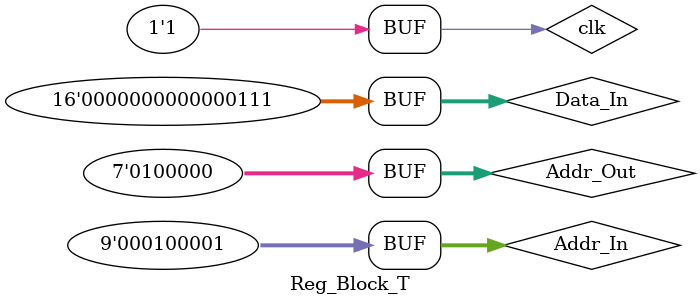
<source format=v>
`timescale 1ns / 1ps


module Reg_Block_T;

	// Inputs
	reg [15:0] Data_In;
	reg [8:0] Addr_In;
	reg [6:0] Addr_Out;
	reg clk;

	// Outputs
	wire [15:0] Data_Out;

	// Instantiate the Unit Under Test (UUT)
	Reg_Block uut (
		.Data_In(Data_In), 
		.Data_Out(Data_Out), 
		.Addr_In(Addr_In), 
		.Addr_Out(Addr_Out), 
		.clk(clk)
	);

	initial begin
		// Initialize Inputs
		Data_In = 1;
		Addr_In = 0;
		Addr_Out = 0;
		
		
		
		clk = 0;
		#100;
		clk = 1;
		#100;
        
		Data_In = 2;
		Addr_In = 1;
		
		clk = 0;
		#100;
		clk = 1;
		#100;
        
		Data_In = 3;
		Addr_In = 2;

		clk = 0;
		#100;
		clk = 1;
		#100;
		
		Data_In = 7;
		Addr_In = 32;

		clk = 0;
		#100;
		clk = 1;
		#100;
		Addr_In = 33;
		Addr_Out = 1;

		clk = 0;
		#100;
		clk = 1;
		#100;
		
		Addr_Out = 0;

		clk = 0;
		#100;
		clk = 1;
		#100;
		
		Addr_Out = 7'b0000010;

		clk = 0;
		#100;
		clk = 1;
		#100;

		Addr_Out = 32;

		clk = 0;
		#100;
		clk = 1;
		#100;
		
	end
      
endmodule


</source>
